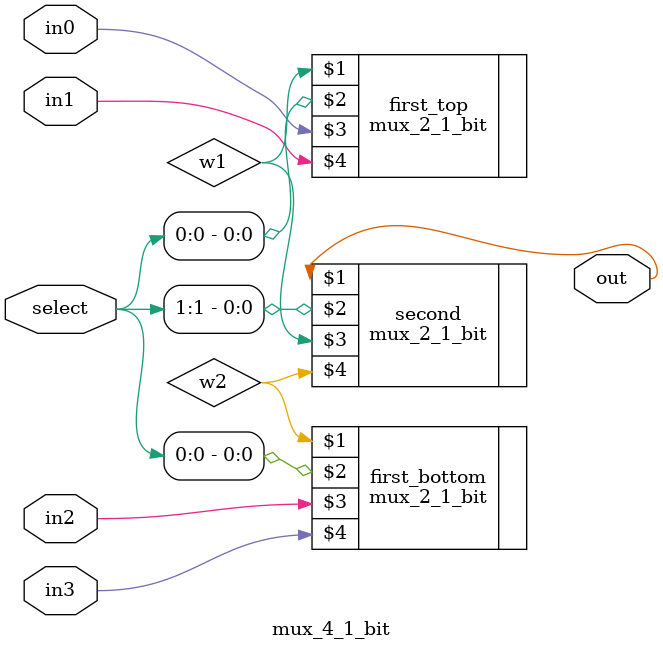
<source format=v>
module mux_4_1_bit(out, select, in0, in1, in2, in3);
	input [1:0] select;
	input in0, in1, in2, in3;
	output out;
	wire w1, w2;
	mux_2_1_bit first_top(w1, select[0], in0, in1);
	mux_2_1_bit first_bottom(w2, select[0], in2, in3);
	mux_2_1_bit second(out, select[1], w1, w2);
endmodule
</source>
